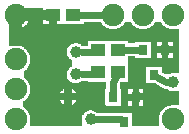
<source format=gbl>
G04 MADE WITH FRITZING*
G04 WWW.FRITZING.ORG*
G04 DOUBLE SIDED*
G04 HOLES PLATED*
G04 CONTOUR ON CENTER OF CONTOUR VECTOR*
%ASAXBY*%
%FSLAX23Y23*%
%MOIN*%
%OFA0B0*%
%SFA1.0B1.0*%
%ADD10C,0.075000*%
%ADD11C,0.039370*%
%ADD12C,0.075433*%
%ADD13R,0.031496X0.035433*%
%ADD14R,0.047244X0.043307*%
%ADD15C,0.024000*%
%ADD16C,0.008000*%
%ADD17C,0.032000*%
%LNCOPPER0*%
G90*
G70*
G54D10*
X170Y259D03*
G54D11*
X313Y62D03*
X239Y137D03*
X588Y187D03*
G54D12*
X64Y62D03*
X64Y162D03*
X64Y262D03*
X588Y411D03*
X588Y62D03*
X488Y411D03*
X388Y411D03*
X64Y411D03*
G54D11*
X264Y287D03*
X264Y212D03*
G54D13*
X487Y294D03*
X562Y294D03*
X525Y211D03*
X388Y137D03*
X463Y137D03*
X426Y54D03*
G54D14*
X189Y411D03*
X256Y411D03*
X338Y219D03*
X405Y219D03*
X338Y294D03*
X405Y294D03*
G54D15*
X413Y62D02*
X332Y62D01*
D02*
X415Y61D02*
X413Y62D01*
G54D16*
D02*
X289Y137D02*
X338Y87D01*
D02*
X338Y87D02*
X513Y87D01*
D02*
X513Y87D02*
X513Y137D01*
D02*
X513Y137D02*
X473Y137D01*
D02*
X252Y137D02*
X289Y137D01*
D02*
X189Y336D02*
X562Y336D01*
D02*
X562Y336D02*
X562Y306D01*
D02*
X170Y259D02*
X189Y336D01*
D02*
X189Y336D02*
X189Y395D01*
G54D17*
D02*
X171Y411D02*
X99Y411D01*
G54D16*
D02*
X189Y237D02*
X189Y137D01*
D02*
X189Y137D02*
X225Y137D01*
D02*
X170Y259D02*
X189Y237D01*
G54D15*
D02*
X423Y294D02*
X477Y294D01*
D02*
X388Y187D02*
X397Y203D01*
D02*
X388Y149D02*
X388Y187D01*
D02*
X563Y187D02*
X569Y187D01*
D02*
X535Y205D02*
X563Y187D01*
D02*
X274Y411D02*
X359Y411D01*
D02*
X339Y287D02*
X283Y287D01*
D02*
X338Y294D02*
X339Y287D01*
D02*
X339Y212D02*
X283Y212D01*
D02*
X338Y219D02*
X339Y212D01*
G36*
X112Y432D02*
X112Y402D01*
X110Y402D01*
X110Y394D01*
X108Y394D01*
X108Y390D01*
X106Y390D01*
X106Y386D01*
X104Y386D01*
X104Y384D01*
X102Y384D01*
X102Y380D01*
X156Y380D01*
X156Y432D01*
X112Y432D01*
G37*
D02*
G36*
X290Y388D02*
X290Y380D01*
X352Y380D01*
X352Y382D01*
X350Y382D01*
X350Y384D01*
X348Y384D01*
X348Y388D01*
X290Y388D01*
G37*
D02*
G36*
X428Y386D02*
X428Y384D01*
X426Y384D01*
X426Y380D01*
X424Y380D01*
X424Y378D01*
X422Y378D01*
X422Y376D01*
X420Y376D01*
X420Y374D01*
X416Y374D01*
X416Y372D01*
X414Y372D01*
X414Y370D01*
X410Y370D01*
X410Y368D01*
X408Y368D01*
X408Y366D01*
X400Y366D01*
X400Y364D01*
X476Y364D01*
X476Y366D01*
X468Y366D01*
X468Y368D01*
X466Y368D01*
X466Y370D01*
X462Y370D01*
X462Y372D01*
X460Y372D01*
X460Y374D01*
X456Y374D01*
X456Y376D01*
X454Y376D01*
X454Y378D01*
X452Y378D01*
X452Y380D01*
X450Y380D01*
X450Y384D01*
X448Y384D01*
X448Y386D01*
X428Y386D01*
G37*
D02*
G36*
X528Y386D02*
X528Y384D01*
X526Y384D01*
X526Y382D01*
X524Y382D01*
X524Y378D01*
X522Y378D01*
X522Y376D01*
X520Y376D01*
X520Y374D01*
X516Y374D01*
X516Y372D01*
X514Y372D01*
X514Y370D01*
X510Y370D01*
X510Y368D01*
X506Y368D01*
X506Y366D01*
X500Y366D01*
X500Y364D01*
X574Y364D01*
X574Y366D01*
X568Y366D01*
X568Y368D01*
X564Y368D01*
X564Y370D01*
X562Y370D01*
X562Y372D01*
X558Y372D01*
X558Y374D01*
X556Y374D01*
X556Y376D01*
X554Y376D01*
X554Y378D01*
X552Y378D01*
X552Y380D01*
X550Y380D01*
X550Y382D01*
X548Y382D01*
X548Y386D01*
X528Y386D01*
G37*
D02*
G36*
X100Y380D02*
X100Y378D01*
X352Y378D01*
X352Y380D01*
X100Y380D01*
G37*
D02*
G36*
X100Y380D02*
X100Y378D01*
X352Y378D01*
X352Y380D01*
X100Y380D01*
G37*
D02*
G36*
X98Y378D02*
X98Y376D01*
X96Y376D01*
X96Y374D01*
X94Y374D01*
X94Y372D01*
X90Y372D01*
X90Y370D01*
X86Y370D01*
X86Y368D01*
X84Y368D01*
X84Y366D01*
X76Y366D01*
X76Y364D01*
X376Y364D01*
X376Y366D01*
X370Y366D01*
X370Y368D01*
X366Y368D01*
X366Y370D01*
X362Y370D01*
X362Y372D01*
X360Y372D01*
X360Y374D01*
X356Y374D01*
X356Y376D01*
X354Y376D01*
X354Y378D01*
X98Y378D01*
G37*
D02*
G36*
X40Y364D02*
X40Y362D01*
X608Y362D01*
X608Y364D01*
X40Y364D01*
G37*
D02*
G36*
X40Y364D02*
X40Y362D01*
X608Y362D01*
X608Y364D01*
X40Y364D01*
G37*
D02*
G36*
X40Y364D02*
X40Y362D01*
X608Y362D01*
X608Y364D01*
X40Y364D01*
G37*
D02*
G36*
X40Y362D02*
X40Y324D01*
X438Y324D01*
X438Y320D01*
X588Y320D01*
X588Y266D01*
X608Y266D01*
X608Y362D01*
X40Y362D01*
G37*
D02*
G36*
X40Y324D02*
X40Y316D01*
X270Y316D01*
X270Y314D01*
X276Y314D01*
X276Y312D01*
X280Y312D01*
X280Y310D01*
X282Y310D01*
X282Y308D01*
X304Y308D01*
X304Y324D01*
X40Y324D01*
G37*
D02*
G36*
X438Y320D02*
X438Y316D01*
X462Y316D01*
X462Y320D01*
X438Y320D01*
G37*
D02*
G36*
X514Y320D02*
X514Y266D01*
X536Y266D01*
X536Y320D01*
X514Y320D01*
G37*
D02*
G36*
X40Y316D02*
X40Y308D01*
X76Y308D01*
X76Y306D01*
X84Y306D01*
X84Y304D01*
X86Y304D01*
X86Y302D01*
X90Y302D01*
X90Y300D01*
X92Y300D01*
X92Y298D01*
X96Y298D01*
X96Y296D01*
X98Y296D01*
X98Y294D01*
X100Y294D01*
X100Y292D01*
X102Y292D01*
X102Y288D01*
X104Y288D01*
X104Y286D01*
X106Y286D01*
X106Y282D01*
X108Y282D01*
X108Y276D01*
X110Y276D01*
X110Y270D01*
X112Y270D01*
X112Y252D01*
X110Y252D01*
X110Y246D01*
X108Y246D01*
X108Y240D01*
X106Y240D01*
X106Y236D01*
X104Y236D01*
X104Y234D01*
X102Y234D01*
X102Y232D01*
X100Y232D01*
X100Y228D01*
X98Y228D01*
X98Y226D01*
X94Y226D01*
X94Y224D01*
X92Y224D01*
X92Y222D01*
X90Y222D01*
X90Y200D01*
X94Y200D01*
X94Y198D01*
X96Y198D01*
X96Y196D01*
X98Y196D01*
X98Y194D01*
X100Y194D01*
X100Y192D01*
X102Y192D01*
X102Y190D01*
X104Y190D01*
X104Y186D01*
X106Y186D01*
X106Y182D01*
X256Y182D01*
X256Y184D01*
X250Y184D01*
X250Y186D01*
X246Y186D01*
X246Y188D01*
X244Y188D01*
X244Y190D01*
X242Y190D01*
X242Y192D01*
X240Y192D01*
X240Y194D01*
X238Y194D01*
X238Y198D01*
X236Y198D01*
X236Y204D01*
X234Y204D01*
X234Y218D01*
X236Y218D01*
X236Y224D01*
X238Y224D01*
X238Y228D01*
X240Y228D01*
X240Y230D01*
X242Y230D01*
X242Y232D01*
X244Y232D01*
X244Y234D01*
X246Y234D01*
X246Y236D01*
X248Y236D01*
X248Y238D01*
X252Y238D01*
X252Y260D01*
X248Y260D01*
X248Y262D01*
X246Y262D01*
X246Y264D01*
X242Y264D01*
X242Y268D01*
X240Y268D01*
X240Y270D01*
X238Y270D01*
X238Y274D01*
X236Y274D01*
X236Y278D01*
X234Y278D01*
X234Y294D01*
X236Y294D01*
X236Y300D01*
X238Y300D01*
X238Y302D01*
X240Y302D01*
X240Y306D01*
X242Y306D01*
X242Y308D01*
X244Y308D01*
X244Y310D01*
X248Y310D01*
X248Y312D01*
X252Y312D01*
X252Y314D01*
X258Y314D01*
X258Y316D01*
X40Y316D01*
G37*
D02*
G36*
X438Y272D02*
X438Y266D01*
X462Y266D01*
X462Y272D01*
X438Y272D01*
G37*
D02*
G36*
X438Y266D02*
X438Y264D01*
X608Y264D01*
X608Y266D01*
X438Y266D01*
G37*
D02*
G36*
X438Y266D02*
X438Y264D01*
X608Y264D01*
X608Y266D01*
X438Y266D01*
G37*
D02*
G36*
X438Y266D02*
X438Y264D01*
X608Y264D01*
X608Y266D01*
X438Y266D01*
G37*
D02*
G36*
X438Y264D02*
X438Y238D01*
X550Y238D01*
X550Y220D01*
X552Y220D01*
X552Y218D01*
X556Y218D01*
X556Y216D01*
X558Y216D01*
X558Y214D01*
X580Y214D01*
X580Y216D01*
X608Y216D01*
X608Y264D01*
X438Y264D01*
G37*
D02*
G36*
X438Y238D02*
X438Y186D01*
X412Y186D01*
X412Y164D01*
X488Y164D01*
X488Y108D01*
X582Y108D01*
X582Y110D01*
X608Y110D01*
X608Y156D01*
X586Y156D01*
X586Y158D01*
X576Y158D01*
X576Y160D01*
X572Y160D01*
X572Y162D01*
X570Y162D01*
X570Y164D01*
X558Y164D01*
X558Y166D01*
X552Y166D01*
X552Y168D01*
X550Y168D01*
X550Y170D01*
X546Y170D01*
X546Y172D01*
X542Y172D01*
X542Y174D01*
X540Y174D01*
X540Y176D01*
X536Y176D01*
X536Y178D01*
X534Y178D01*
X534Y180D01*
X530Y180D01*
X530Y182D01*
X500Y182D01*
X500Y184D01*
X498Y184D01*
X498Y238D01*
X438Y238D01*
G37*
D02*
G36*
X282Y190D02*
X282Y188D01*
X280Y188D01*
X280Y186D01*
X276Y186D01*
X276Y184D01*
X272Y184D01*
X272Y182D01*
X366Y182D01*
X366Y186D01*
X306Y186D01*
X306Y188D01*
X304Y188D01*
X304Y190D01*
X282Y190D01*
G37*
D02*
G36*
X108Y182D02*
X108Y180D01*
X366Y180D01*
X366Y182D01*
X108Y182D01*
G37*
D02*
G36*
X108Y182D02*
X108Y180D01*
X366Y180D01*
X366Y182D01*
X108Y182D01*
G37*
D02*
G36*
X108Y180D02*
X108Y178D01*
X110Y178D01*
X110Y170D01*
X112Y170D01*
X112Y166D01*
X246Y166D01*
X246Y164D01*
X252Y164D01*
X252Y162D01*
X256Y162D01*
X256Y160D01*
X258Y160D01*
X258Y158D01*
X260Y158D01*
X260Y156D01*
X262Y156D01*
X262Y154D01*
X264Y154D01*
X264Y150D01*
X266Y150D01*
X266Y144D01*
X268Y144D01*
X268Y128D01*
X266Y128D01*
X266Y124D01*
X264Y124D01*
X264Y120D01*
X262Y120D01*
X262Y118D01*
X260Y118D01*
X260Y116D01*
X258Y116D01*
X258Y114D01*
X256Y114D01*
X256Y112D01*
X254Y112D01*
X254Y110D01*
X250Y110D01*
X250Y108D01*
X364Y108D01*
X364Y110D01*
X362Y110D01*
X362Y164D01*
X366Y164D01*
X366Y180D01*
X108Y180D01*
G37*
D02*
G36*
X112Y166D02*
X112Y152D01*
X110Y152D01*
X110Y146D01*
X108Y146D01*
X108Y140D01*
X106Y140D01*
X106Y138D01*
X104Y138D01*
X104Y134D01*
X102Y134D01*
X102Y132D01*
X100Y132D01*
X100Y130D01*
X98Y130D01*
X98Y128D01*
X96Y128D01*
X96Y126D01*
X94Y126D01*
X94Y124D01*
X92Y124D01*
X92Y122D01*
X88Y122D01*
X88Y106D01*
X238Y106D01*
X238Y108D01*
X228Y108D01*
X228Y110D01*
X224Y110D01*
X224Y112D01*
X220Y112D01*
X220Y114D01*
X218Y114D01*
X218Y116D01*
X216Y116D01*
X216Y118D01*
X214Y118D01*
X214Y122D01*
X212Y122D01*
X212Y126D01*
X210Y126D01*
X210Y148D01*
X212Y148D01*
X212Y152D01*
X214Y152D01*
X214Y154D01*
X216Y154D01*
X216Y156D01*
X218Y156D01*
X218Y158D01*
X220Y158D01*
X220Y160D01*
X222Y160D01*
X222Y162D01*
X226Y162D01*
X226Y164D01*
X230Y164D01*
X230Y166D01*
X112Y166D01*
G37*
D02*
G36*
X414Y164D02*
X414Y108D01*
X438Y108D01*
X438Y164D01*
X414Y164D01*
G37*
D02*
G36*
X240Y108D02*
X240Y106D01*
X572Y106D01*
X572Y108D01*
X240Y108D01*
G37*
D02*
G36*
X240Y108D02*
X240Y106D01*
X572Y106D01*
X572Y108D01*
X240Y108D01*
G37*
D02*
G36*
X240Y108D02*
X240Y106D01*
X572Y106D01*
X572Y108D01*
X240Y108D01*
G37*
D02*
G36*
X88Y106D02*
X88Y104D01*
X568Y104D01*
X568Y106D01*
X88Y106D01*
G37*
D02*
G36*
X88Y106D02*
X88Y104D01*
X568Y104D01*
X568Y106D01*
X88Y106D01*
G37*
D02*
G36*
X88Y104D02*
X88Y102D01*
X92Y102D01*
X92Y100D01*
X94Y100D01*
X94Y98D01*
X96Y98D01*
X96Y96D01*
X98Y96D01*
X98Y94D01*
X100Y94D01*
X100Y92D01*
X318Y92D01*
X318Y90D01*
X326Y90D01*
X326Y88D01*
X328Y88D01*
X328Y86D01*
X332Y86D01*
X332Y84D01*
X418Y84D01*
X418Y82D01*
X452Y82D01*
X452Y40D01*
X540Y40D01*
X540Y72D01*
X542Y72D01*
X542Y78D01*
X544Y78D01*
X544Y82D01*
X546Y82D01*
X546Y86D01*
X548Y86D01*
X548Y90D01*
X550Y90D01*
X550Y92D01*
X552Y92D01*
X552Y94D01*
X554Y94D01*
X554Y96D01*
X556Y96D01*
X556Y98D01*
X558Y98D01*
X558Y100D01*
X560Y100D01*
X560Y102D01*
X564Y102D01*
X564Y104D01*
X88Y104D01*
G37*
D02*
G36*
X102Y92D02*
X102Y90D01*
X104Y90D01*
X104Y86D01*
X106Y86D01*
X106Y82D01*
X108Y82D01*
X108Y78D01*
X110Y78D01*
X110Y70D01*
X112Y70D01*
X112Y40D01*
X284Y40D01*
X284Y70D01*
X286Y70D01*
X286Y76D01*
X288Y76D01*
X288Y78D01*
X290Y78D01*
X290Y82D01*
X292Y82D01*
X292Y84D01*
X296Y84D01*
X296Y86D01*
X298Y86D01*
X298Y88D01*
X302Y88D01*
X302Y90D01*
X308Y90D01*
X308Y92D01*
X102Y92D01*
G37*
D02*
G36*
X226Y175D02*
X251Y175D01*
X251Y149D01*
X226Y149D01*
X226Y175D01*
G37*
D02*
G36*
X225Y132D02*
X250Y132D01*
X250Y106D01*
X225Y106D01*
X225Y132D01*
G37*
D02*
G36*
X206Y151D02*
X230Y151D01*
X230Y126D01*
X206Y126D01*
X206Y151D01*
G37*
D02*
G36*
X244Y151D02*
X268Y151D01*
X268Y126D01*
X244Y126D01*
X244Y151D01*
G37*
D02*
G36*
X173Y397D02*
X202Y397D01*
X202Y371D01*
X173Y371D01*
X173Y397D01*
G37*
D02*
G36*
X147Y427D02*
X176Y427D01*
X176Y395D01*
X147Y395D01*
X147Y427D01*
G37*
D02*
G36*
X40Y385D02*
X83Y385D01*
X83Y357D01*
X40Y357D01*
X40Y385D01*
G37*
D02*
G36*
X92Y433D02*
X120Y433D01*
X120Y390D01*
X92Y390D01*
X92Y433D01*
G37*
D02*
G36*
X452Y126D02*
X473Y126D01*
X473Y98D01*
X452Y98D01*
X452Y126D01*
G37*
D02*
G36*
X551Y285D02*
X572Y285D01*
X572Y257D01*
X551Y257D01*
X551Y285D01*
G37*
D02*
G36*
X453Y174D02*
X474Y174D01*
X474Y146D01*
X453Y146D01*
X453Y174D01*
G37*
D02*
G36*
X431Y148D02*
X459Y148D01*
X459Y125D01*
X431Y125D01*
X431Y148D01*
G37*
D02*
G36*
X570Y306D02*
X598Y306D01*
X598Y283D01*
X570Y283D01*
X570Y306D01*
G37*
D02*
G36*
X472Y149D02*
X500Y149D01*
X500Y126D01*
X472Y126D01*
X472Y149D01*
G37*
D02*
G36*
X551Y329D02*
X572Y329D01*
X572Y301D01*
X551Y301D01*
X551Y329D01*
G37*
D02*
G36*
X526Y306D02*
X554Y306D01*
X554Y283D01*
X526Y283D01*
X526Y306D01*
G37*
D02*
G04 End of Copper0*
M02*
</source>
